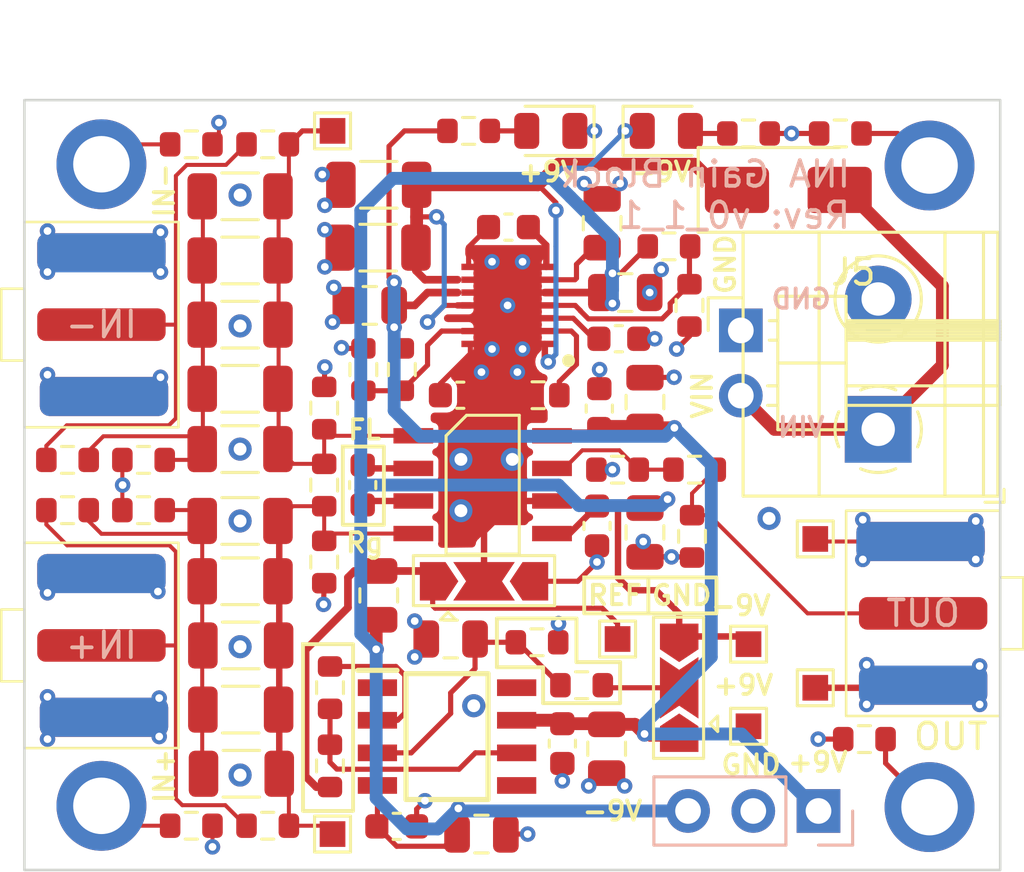
<source format=kicad_pcb>
(kicad_pcb (version 20221018) (generator pcbnew)

  (general
    (thickness 1.5842)
  )

  (paper "A4")
  (title_block
    (title "INAGain Block")
    (rev "v0_1_1")
    (company "M-Labs Limited")
  )

  (layers
    (0 "F.Cu" signal)
    (1 "In1.Cu" signal)
    (2 "In2.Cu" signal)
    (31 "B.Cu" signal)
    (32 "B.Adhes" user "B.Adhesive")
    (33 "F.Adhes" user "F.Adhesive")
    (34 "B.Paste" user)
    (35 "F.Paste" user)
    (36 "B.SilkS" user "B.Silkscreen")
    (37 "F.SilkS" user "F.Silkscreen")
    (38 "B.Mask" user)
    (39 "F.Mask" user)
    (40 "Dwgs.User" user "User.Drawings")
    (41 "Cmts.User" user "User.Comments")
    (42 "Eco1.User" user "User.Eco1")
    (43 "Eco2.User" user "User.Eco2")
    (44 "Edge.Cuts" user)
    (45 "Margin" user)
    (46 "B.CrtYd" user "B.Courtyard")
    (47 "F.CrtYd" user "F.Courtyard")
    (48 "B.Fab" user)
    (49 "F.Fab" user)
    (50 "User.1" user)
    (51 "User.2" user)
    (52 "User.3" user)
    (53 "User.4" user)
    (54 "User.5" user)
    (55 "User.6" user)
    (56 "User.7" user)
    (57 "User.8" user)
    (58 "User.9" user)
  )

  (setup
    (stackup
      (layer "F.SilkS" (type "Top Silk Screen"))
      (layer "F.Paste" (type "Top Solder Paste"))
      (layer "F.Mask" (type "Top Solder Mask") (thickness 0.01))
      (layer "F.Cu" (type "copper") (thickness 0.035))
      (layer "dielectric 1" (type "prepreg") (color "#808080FF") (thickness 1.265) (material "FR4") (epsilon_r 4.5) (loss_tangent 0.02))
      (layer "In1.Cu" (type "copper") (thickness 0.0152))
      (layer "dielectric 2" (type "prepreg") (thickness 0.0994) (material "FR4") (epsilon_r 4.1) (loss_tangent 0.02))
      (layer "In2.Cu" (type "copper") (thickness 0.0152))
      (layer "dielectric 3" (type "prepreg") (thickness 0.0994) (material "FR4") (epsilon_r 4.1) (loss_tangent 0.02))
      (layer "B.Cu" (type "copper") (thickness 0.035))
      (layer "B.Mask" (type "Bottom Solder Mask") (thickness 0.01))
      (layer "B.Paste" (type "Bottom Solder Paste"))
      (layer "B.SilkS" (type "Bottom Silk Screen"))
      (copper_finish "None")
      (dielectric_constraints yes)
    )
    (pad_to_mask_clearance 0)
    (pcbplotparams
      (layerselection 0x00010fc_ffffffff)
      (plot_on_all_layers_selection 0x0000000_00000000)
      (disableapertmacros false)
      (usegerberextensions false)
      (usegerberattributes true)
      (usegerberadvancedattributes true)
      (creategerberjobfile true)
      (dashed_line_dash_ratio 12.000000)
      (dashed_line_gap_ratio 3.000000)
      (svgprecision 4)
      (plotframeref false)
      (viasonmask false)
      (mode 1)
      (useauxorigin false)
      (hpglpennumber 1)
      (hpglpenspeed 20)
      (hpglpendiameter 15.000000)
      (dxfpolygonmode true)
      (dxfimperialunits true)
      (dxfusepcbnewfont true)
      (psnegative false)
      (psa4output false)
      (plotreference true)
      (plotvalue true)
      (plotinvisibletext false)
      (sketchpadsonfab false)
      (subtractmaskfromsilk false)
      (outputformat 1)
      (mirror false)
      (drillshape 1)
      (scaleselection 1)
      (outputdirectory "")
    )
  )

  (net 0 "")
  (net 1 "Net-(U1A--IN)")
  (net 2 "Net-(U1A-+FL)")
  (net 3 "Net-(U1A--FL)")
  (net 4 "GND")
  (net 5 "+9V")
  (net 6 "-9V")
  (net 7 "+12V")
  (net 8 "Net-(J2-In)")
  (net 9 "Net-(U1A-+IN)")
  (net 10 "Net-(J4-In)")
  (net 11 "/REF")
  (net 12 "Net-(U1A-OUT)")
  (net 13 "Net-(H1-Pad1)")
  (net 14 "Net-(H2-Pad1)")
  (net 15 "Net-(H3-Pad1)")
  (net 16 "Net-(H4-Pad1)")
  (net 17 "Net-(D1-A)")
  (net 18 "Net-(D2-A)")
  (net 19 "Net-(D3-A)")
  (net 20 "Net-(JP1-C)")
  (net 21 "Net-(C10-Pad1)")
  (net 22 "Net-(U2-BYP+)")
  (net 23 "Net-(U2-BYP-)")
  (net 24 "Net-(C16-Pad1)")
  (net 25 "Net-(U2-C-)")
  (net 26 "Net-(U2-C+)")
  (net 27 "Net-(U2-VOUT)")
  (net 28 "Net-(U3-+)")
  (net 29 "Net-(J3-In)")
  (net 30 "Net-(JP2-C)")
  (net 31 "Net-(U2-ADJ+)")
  (net 32 "Net-(U2-ADJ-)")
  (net 33 "Net-(U2-RT)")
  (net 34 "Net-(R25-Pad2)")
  (net 35 "Net-(U3--)")
  (net 36 "unconnected-(U3-NC-Pad1)")
  (net 37 "unconnected-(U3-NC-Pad5)")
  (net 38 "unconnected-(U3-NC-Pad8)")

  (footprint "Diode_SMD:D_SMA" (layer "F.Cu") (at 29.75 3.5))

  (footprint "custom:SON50P400X400X80-15N-D" (layer "F.Cu") (at 18.818 8 180))

  (footprint "Capacitor_SMD:C_1206_3216Metric" (layer "F.Cu") (at 8.425 23.75))

  (footprint "Capacitor_SMD:C_0805_2012Metric" (layer "F.Cu") (at 22.675 25.275 -90))

  (footprint "Resistor_SMD:R_0603_1608Metric" (layer "F.Cu") (at 1.68 14.02 180))

  (footprint "Capacitor_SMD:C_1206_3216Metric" (layer "F.Cu") (at 8.4 16.4))

  (footprint "Resistor_SMD:R_0603_1608Metric" (layer "F.Cu") (at 17.3 1.2))

  (footprint "LED_SMD:LED_0805_2012Metric" (layer "F.Cu") (at 20.5 1.2 180))

  (footprint "TerminalBlock_Phoenix:TerminalBlock_Phoenix_MKDS-1,5-2-5.08_1x02_P5.08mm_Horizontal" (layer "F.Cu") (at 33.25 12.83 90))

  (footprint "Resistor_SMD:R_0603_1608Metric" (layer "F.Cu") (at 11.675 18 -90))

  (footprint "MountingHole:MountingHole_2.2mm_M2_ISO7380_Pad_TopBottom" (layer "F.Cu") (at 3 2.5))

  (footprint "Resistor_SMD:R_0603_1608Metric" (layer "F.Cu") (at 11.675 12 -90))

  (footprint "Capacitor_SMD:C_0805_2012Metric" (layer "F.Cu") (at 13.45 8 180))

  (footprint "Capacitor_SMD:C_1206_3216Metric" (layer "F.Cu") (at 8.4 6.25))

  (footprint "TestPoint:TestPoint_Pad_1.0x1.0mm" (layer "F.Cu") (at 30.8 17.1))

  (footprint "Resistor_SMD:R_0603_1608Metric" (layer "F.Cu") (at 1.68 15.98 180))

  (footprint "TestPoint:TestPoint_Pad_1.0x1.0mm" (layer "F.Cu") (at 30.8 22.9))

  (footprint "custom:INA848-SOIC-8" (layer "F.Cu") (at 15.047 13.0808))

  (footprint "Capacitor_SMD:C_0603_1608Metric" (layer "F.Cu") (at 13.175 15 90))

  (footprint "Resistor_SMD:R_0603_1608Metric" (layer "F.Cu") (at 6.5 28.275 180))

  (footprint "Jumper:SolderJumper-3_P2.0mm_Open_TrianglePad1.0x1.5mm" (layer "F.Cu") (at 17.9 18.75))

  (footprint "Resistor_SMD:R_0603_1608Metric" (layer "F.Cu") (at 13.2 10.5 -90))

  (footprint "Resistor_SMD:R_0603_1608Metric" (layer "F.Cu") (at 19.963 21.127))

  (footprint "Resistor_SMD:R_0603_1608Metric" (layer "F.Cu") (at 11.9 25.943 90))

  (footprint "Resistor_SMD:R_0603_1608Metric" (layer "F.Cu") (at 31.775 1.3))

  (footprint "Capacitor_SMD:C_0805_2012Metric" (layer "F.Cu") (at 13.8 19.3 -90))

  (footprint "Resistor_SMD:R_0603_1608Metric" (layer "F.Cu") (at 9.475 1.725 180))

  (footprint "Resistor_SMD:R_0603_1608Metric" (layer "F.Cu") (at 11.902 22.895 90))

  (footprint "Capacitor_SMD:C_0603_1608Metric" (layer "F.Cu") (at 18.85 4.95 180))

  (footprint "TestPoint:TestPoint_Pad_1.0x1.0mm" (layer "F.Cu") (at 23.1 21))

  (footprint "MountingHole:MountingHole_2.2mm_M2_ISO7380_Pad_TopBottom" (layer "F.Cu") (at 35.25 2.55))

  (footprint "Capacitor_SMD:C_1206_3216Metric" (layer "F.Cu") (at 8.4 3.75))

  (footprint "Capacitor_SMD:C_1206_3216Metric" (layer "F.Cu") (at 13.8 3.3))

  (footprint "Capacitor_SMD:C_1206_3216Metric" (layer "F.Cu") (at 8.4 8.75))

  (footprint "Resistor_SMD:R_0603_1608Metric" (layer "F.Cu") (at 4.64 14.02 180))

  (footprint "Resistor_SMD:R_0603_1608Metric" (layer "F.Cu") (at 4.64 15.98))

  (footprint "Resistor_SMD:R_0603_1608Metric" (layer "F.Cu") (at 26 17 90))

  (footprint "Capacitor_SMD:C_1206_3216Metric" (layer "F.Cu") (at 13.775 5.75))

  (footprint "TestPoint:TestPoint_Pad_1.0x1.0mm" (layer "F.Cu") (at 12 28.6))

  (footprint "Resistor_SMD:R_0603_1608Metric" (layer "F.Cu") (at 28.2 1.3 180))

  (footprint "Jumper:SolderJumper-3_P2.0mm_Open_TrianglePad1.0x1.5mm" (layer "F.Cu") (at 25.5 22.9 90))

  (footprint "Resistor_SMD:R_0603_1608Metric" (layer "F.Cu") (at 25.1 5.7))

  (footprint "TestPoint:TestPoint_Pad_1.0x1.0mm" (layer "F.Cu") (at 12 1.2))

  (footprint "Capacitor_SMD:C_0805_2012Metric" (layer "F.Cu") (at 22.5 4.8 -90))

  (footprint "MountingHole:MountingHole_2.2mm_M2_ISO7380_Pad_TopBottom" (layer "F.Cu") (at 3 27.5))

  (footprint "Capacitor_SMD:C_0805_2012Metric" (layer "F.Cu") (at 24.167 16.847 90))

  (footprint "TestPoint:TestPoint_Pad_1.0x1.0mm" (layer "F.Cu") (at 28.2 21.2))

  (footprint "Capacitor_SMD:C_0603_1608Metric" (layer "F.Cu") (at 22.3 16.593 90))

  (footprint "Capacitor_SMD:C_0603_1608Metric" (layer "F.Cu") (at 22.389 12.021 -90))

  (footprint "custom:CON-SMA-EDGE-S" (layer "F.Cu") (at 3 21.25))

  (footprint "Capacitor_SMD:C_1206_3216Metric" (layer "F.Cu") (at 8.4 11.25))

  (footprint "custom:SOIC127P600X175-8N" (layer "F.Cu") (at 16.4592 24.8012))

  (footprint "Capacitor_SMD:C_0603_1608Metric" (layer "F.Cu") (at 20.95 25.075 -90))

  (footprint "Capacitor_SMD:C_0805_2012Metric" (layer "F.Cu") (at 17.8 28.6))

  (footprint "LED_SMD:LED_0805_2012Metric" (layer "F.Cu") (at 25 1.2))

  (footprint "Resistor_SMD:R_0603_1608Metric" (layer "F.Cu") (at 14.7 10.5 90))

  (footprint "Resistor_SMD:R_0603_1608Metric" (layer "F.Cu") (at 21.7 22.8 180))

  (footprint "Capacitor_SMD:C_0805_2012Metric" (layer "F.Cu") (at 23.4 7.5 180))

  (footprint "Capacitor_SMD:C_0603_1608Metric" (layer "F.Cu") (at 16.975 11.5 180))

  (footprint "Capacitor_SMD:C_0603_1608Metric" (layer "F.Cu")
    (tstamp a53bd229-f4ef-48bb-8761-f72a8eaec1be)
    (at 14.5 28.3)
    (descr "Capacitor SMD 0603 (1608 Metric), square (rectangular) end terminal, IPC_7351 nominal, (Body size source: IPC-SM-782 page 76, https://www.pcb-3d.com/wordpress/wp-content/uploads/ipc-sm-782a_amendment_1_and_2.pdf), generated with kicad-footprint-generator")
    (tags "capacitor")
    (property "MFR_PN" "C0603C104K5RACAUTO")
    (property "Sheetfile" "INA848_INA849_Gain_Block.kicad_sch")
    (property "Sheetname" "")
    (property "ki_description" "Unpolarized capacitor, small symbol")
    (property "ki_keywords" "capacitor cap")
    (path "/35a8ca4f-e6b8-4bb7-b25d-7b7e2b264978")
    (attr smd)
    (fp_text reference "C28" (at 0 -1.43) (layer "F.SilkS") hide
        (effects (font (size 1 1) (thickness 0.15)))
      (tstamp f0b7a286-e119-4c50-a66c-75e7f3b6affa)
    )
    (fp_text value "100n" (at 0 1.43) (layer "F.Fab") hide
        (effects (font (size 1 1) (thickness 0.15)))
      (tstamp e1df6428-9f98-4120-a282-f21ced968f8e)
    )
    (fp_line (start -0.14058 -0.51) (end 0.14058 -0.51)
      (stroke (width 0.12) (type solid)) (layer "F.SilkS") (tstamp 8bd886c8-756e-4bf9-b62e-5cec4484a56a))
    (fp_line (start -0.14058 0.51) (end 0.14058 0.51)
      (stroke (width 0.12) (type solid)) (layer "F.SilkS") (tstamp 6096215a-d63f-4e4f-8e0d-d16ad02a5ba9))
    (fp_line (start -1.48 -0.73) (end 1.48 -0.73)
      (stroke (width 0.05) (type solid)) (layer "F.CrtYd") (tstamp 29157d41-5e5a-4ad4-a940-2d58542eaf4c))
    (fp_line (start -1.48 0.73) (end -1.48 -0.73)
      (stroke (width 0.05) (type solid)) (layer "F.CrtYd") (tstamp ebe4bdbc-754d-464e-9d4b-078eb0df5381))
    (fp_line (start 1.48 -0.73) (end 1.48 0.73)
      (stroke (width 0.05) (type solid)) (layer "F.CrtYd") (tstamp fad2c898-35c6-44bd-8b58-faf3e11acea5))
    (fp_line (start 1.48 0.73) (end -1.48 0.73)
      (stroke (width 0.05) (type solid)) (layer "F.CrtYd") (tstamp e68f553b-9876-447e-9ab8-9dab1b69e94d))
    (fp_line (start -0.8 -0.4) (end 0.8 -0.4)
      (stroke (width 0.1) (type solid)) (layer "F.Fab") (tstamp bfd13043-bbf2-41fa-885
... [213686 chars truncated]
</source>
